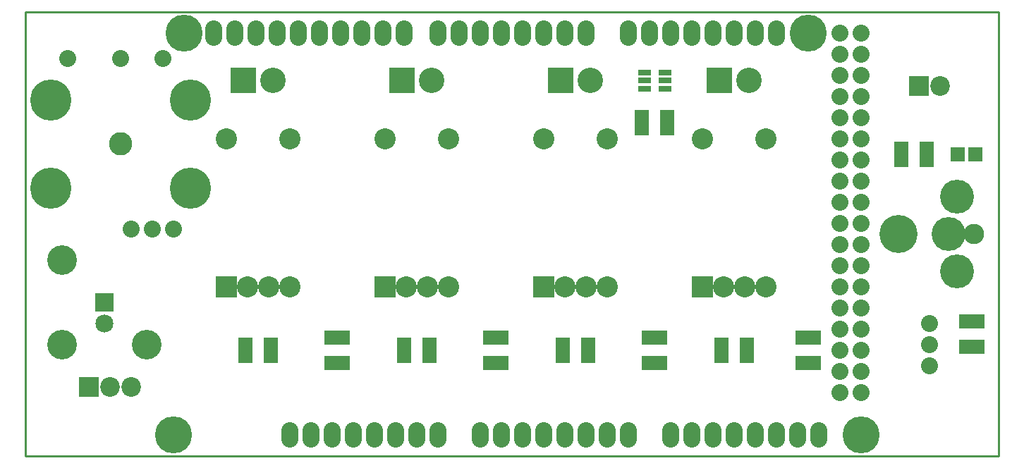
<source format=gts>
G04 (created by PCBNEW (2013-jul-07)-stable) date Wed 28 May 2014 04:19:17 PM EDT*
%MOIN*%
G04 Gerber Fmt 3.4, Leading zero omitted, Abs format*
%FSLAX34Y34*%
G01*
G70*
G90*
G04 APERTURE LIST*
%ADD10C,0.00590551*%
%ADD11C,0.009*%
%ADD12C,0.175*%
%ADD13O,0.08X0.12*%
%ADD14C,0.08*%
%ADD15R,0.07X0.12*%
%ADD16R,0.12X0.07*%
%ADD17R,0.067X0.067*%
%ADD18C,0.096*%
%ADD19C,0.16*%
%ADD20C,0.18*%
%ADD21R,0.12X0.12*%
%ADD22C,0.12*%
%ADD23R,0.1X0.1*%
%ADD24C,0.1*%
%ADD25R,0.0604X0.03*%
%ADD26C,0.093*%
%ADD27R,0.093X0.093*%
%ADD28C,0.11*%
%ADD29C,0.195*%
%ADD30C,0.14*%
%ADD31R,0.085X0.085*%
%ADD32C,0.085*%
G04 APERTURE END LIST*
G54D10*
G54D11*
X89500Y-51500D02*
X43500Y-51500D01*
X43500Y-30500D02*
X89500Y-30500D01*
X43500Y-30500D02*
X43500Y-51500D01*
X89500Y-51500D02*
X89500Y-30500D01*
G54D12*
X50500Y-50500D03*
X51000Y-31500D03*
X83000Y-50500D03*
X80500Y-31500D03*
G54D13*
X56000Y-50500D03*
X57000Y-50500D03*
X58000Y-50500D03*
X59000Y-50500D03*
X60000Y-50500D03*
X61000Y-50500D03*
X62000Y-50500D03*
X63000Y-50500D03*
X65000Y-50500D03*
X66000Y-50500D03*
X67000Y-50500D03*
X68000Y-50500D03*
X69000Y-50500D03*
X70000Y-50500D03*
X71000Y-50500D03*
X72000Y-50500D03*
X74000Y-50500D03*
X75000Y-50500D03*
X76000Y-50500D03*
X77000Y-50500D03*
X78000Y-50500D03*
X79000Y-50500D03*
X80000Y-50500D03*
X81000Y-50500D03*
X52400Y-31500D03*
X53400Y-31500D03*
X54400Y-31500D03*
X55400Y-31500D03*
X56400Y-31500D03*
X57400Y-31500D03*
X58400Y-31500D03*
X59400Y-31500D03*
X60400Y-31500D03*
X61400Y-31500D03*
X63000Y-31500D03*
X70000Y-31500D03*
X69000Y-31500D03*
X68000Y-31500D03*
X67000Y-31500D03*
X66000Y-31500D03*
X65000Y-31500D03*
X64000Y-31500D03*
X72000Y-31500D03*
X73000Y-31500D03*
X74000Y-31500D03*
X75000Y-31500D03*
X76000Y-31500D03*
X77000Y-31500D03*
X78000Y-31500D03*
X79000Y-31500D03*
G54D14*
X82000Y-31500D03*
X83000Y-31500D03*
X82000Y-32500D03*
X83000Y-32500D03*
X82000Y-33500D03*
X83000Y-33500D03*
X82000Y-34500D03*
X83000Y-34500D03*
X82000Y-35500D03*
X83000Y-35500D03*
X82000Y-36500D03*
X83000Y-36500D03*
X82000Y-37500D03*
X83000Y-37500D03*
X82000Y-38500D03*
X83000Y-38500D03*
X82000Y-39500D03*
X83000Y-39500D03*
X82000Y-40500D03*
X83000Y-40500D03*
X82000Y-41500D03*
X83000Y-41500D03*
X82000Y-42500D03*
X83000Y-42500D03*
X82000Y-43500D03*
X83000Y-43500D03*
X82000Y-44500D03*
X83000Y-44500D03*
X82000Y-45500D03*
X83000Y-45500D03*
X82000Y-46500D03*
X83000Y-46500D03*
X82000Y-47500D03*
X83000Y-47500D03*
X82000Y-48500D03*
X83000Y-48500D03*
G54D15*
X55100Y-46500D03*
X53900Y-46500D03*
G54D16*
X58250Y-47100D03*
X58250Y-45900D03*
G54D15*
X77600Y-46500D03*
X76400Y-46500D03*
X62600Y-46500D03*
X61400Y-46500D03*
X70100Y-46500D03*
X68900Y-46500D03*
G54D17*
X87585Y-37250D03*
X88415Y-37250D03*
G54D16*
X65750Y-47100D03*
X65750Y-45900D03*
X73250Y-47100D03*
X73250Y-45900D03*
X80500Y-47100D03*
X80500Y-45900D03*
G54D15*
X84900Y-37250D03*
X86100Y-37250D03*
G54D18*
X88320Y-41000D03*
G54D19*
X87140Y-41000D03*
G54D20*
X84780Y-41000D03*
G54D19*
X87530Y-39230D03*
X87530Y-42770D03*
G54D21*
X76311Y-33750D03*
G54D22*
X77689Y-33750D03*
G54D21*
X68811Y-33750D03*
G54D22*
X70189Y-33750D03*
G54D21*
X61311Y-33750D03*
G54D22*
X62689Y-33750D03*
G54D21*
X53811Y-33750D03*
G54D22*
X55189Y-33750D03*
G54D23*
X75500Y-43500D03*
G54D24*
X76500Y-43500D03*
X77500Y-43500D03*
X78500Y-43500D03*
X78500Y-36500D03*
X75500Y-36500D03*
G54D23*
X68000Y-43500D03*
G54D24*
X69000Y-43500D03*
X70000Y-43500D03*
X71000Y-43500D03*
X71000Y-36500D03*
X68000Y-36500D03*
G54D23*
X60500Y-43500D03*
G54D24*
X61500Y-43500D03*
X62500Y-43500D03*
X63500Y-43500D03*
X63500Y-36500D03*
X60500Y-36500D03*
G54D23*
X53000Y-43500D03*
G54D24*
X54000Y-43500D03*
X55000Y-43500D03*
X56000Y-43500D03*
X56000Y-36500D03*
X53000Y-36500D03*
G54D16*
X88250Y-45150D03*
X88250Y-46350D03*
G54D15*
X73850Y-35750D03*
X72650Y-35750D03*
G54D25*
X72778Y-33376D03*
X72778Y-33750D03*
X72778Y-34124D03*
X73722Y-34124D03*
X73722Y-33750D03*
X73722Y-33376D03*
G54D26*
X47500Y-48250D03*
X48500Y-48250D03*
G54D27*
X46500Y-48250D03*
G54D26*
X86750Y-34000D03*
G54D27*
X85750Y-34000D03*
G54D28*
X48000Y-36750D03*
G54D14*
X50500Y-40780D03*
X49500Y-40780D03*
X48500Y-40780D03*
X50000Y-32720D03*
X48000Y-32720D03*
X45500Y-32720D03*
G54D29*
X51300Y-34670D03*
X51300Y-38830D03*
X44700Y-34670D03*
X44700Y-38830D03*
G54D14*
X86250Y-46250D03*
X86250Y-45250D03*
X86250Y-47250D03*
G54D30*
X45250Y-46250D03*
X45250Y-42250D03*
G54D31*
X47250Y-44250D03*
G54D32*
X47250Y-45250D03*
G54D30*
X49250Y-46250D03*
M02*

</source>
